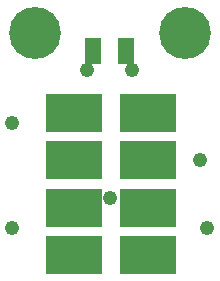
<source format=gbs>
%FSLAX25Y25*%
%MOIN*%
G70*
G01*
G75*
G04 Layer_Color=48896*
%ADD10P,0.08352X4X285.0*%
%ADD11P,0.08352X4X165.0*%
%ADD12R,0.05906X0.05906*%
%ADD13C,0.02500*%
%ADD14C,0.16500*%
%ADD15C,0.04000*%
%ADD16R,0.05000X0.08000*%
%ADD17R,0.17716X0.12205*%
%ADD18C,0.01000*%
%ADD19P,0.06937X4X285.0*%
%ADD20P,0.06937X4X165.0*%
%ADD21R,0.04906X0.04906*%
%ADD22R,0.04000X0.07000*%
%ADD23R,0.16716X0.11205*%
%ADD24P,0.09483X4X285.0*%
%ADD25P,0.09483X4X165.0*%
%ADD26R,0.06706X0.06706*%
%ADD27C,0.17300*%
%ADD28C,0.04800*%
%ADD29R,0.05800X0.08800*%
%ADD30R,0.18517X0.13005*%
D27*
X412500Y587500D02*
D03*
X462500D02*
D03*
D28*
X437500Y532500D02*
D03*
X405000Y557500D02*
D03*
X467500Y545000D02*
D03*
X405000Y522500D02*
D03*
X430000Y575000D02*
D03*
X445000D02*
D03*
X470000Y522500D02*
D03*
X455000Y560000D02*
D03*
D29*
X432000Y581500D02*
D03*
X443000D02*
D03*
D30*
X425500Y513500D02*
D03*
Y529248D02*
D03*
Y544996D02*
D03*
X450106Y513500D02*
D03*
Y529248D02*
D03*
Y544996D02*
D03*
X425500Y560744D02*
D03*
X450106D02*
D03*
M02*

</source>
